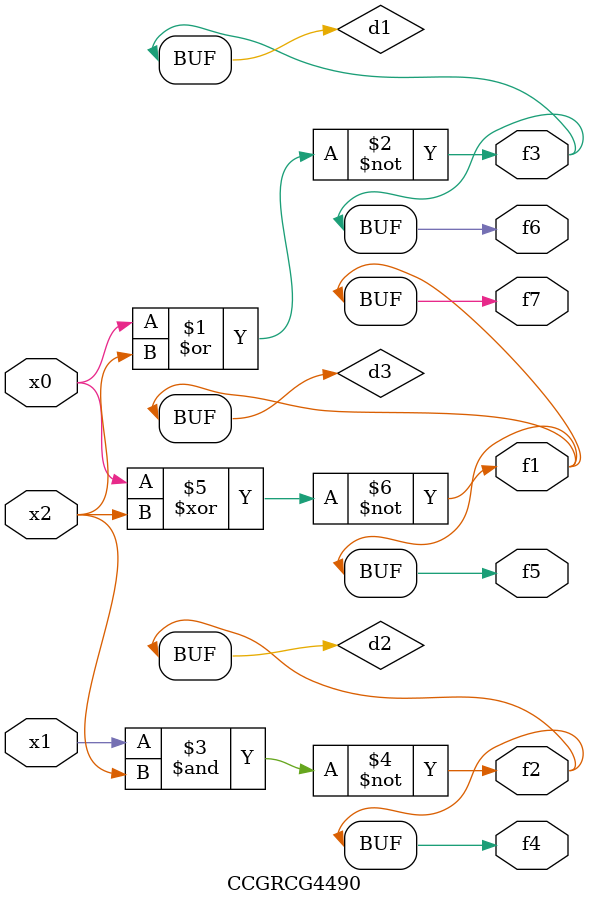
<source format=v>
module CCGRCG4490(
	input x0, x1, x2,
	output f1, f2, f3, f4, f5, f6, f7
);

	wire d1, d2, d3;

	nor (d1, x0, x2);
	nand (d2, x1, x2);
	xnor (d3, x0, x2);
	assign f1 = d3;
	assign f2 = d2;
	assign f3 = d1;
	assign f4 = d2;
	assign f5 = d3;
	assign f6 = d1;
	assign f7 = d3;
endmodule

</source>
